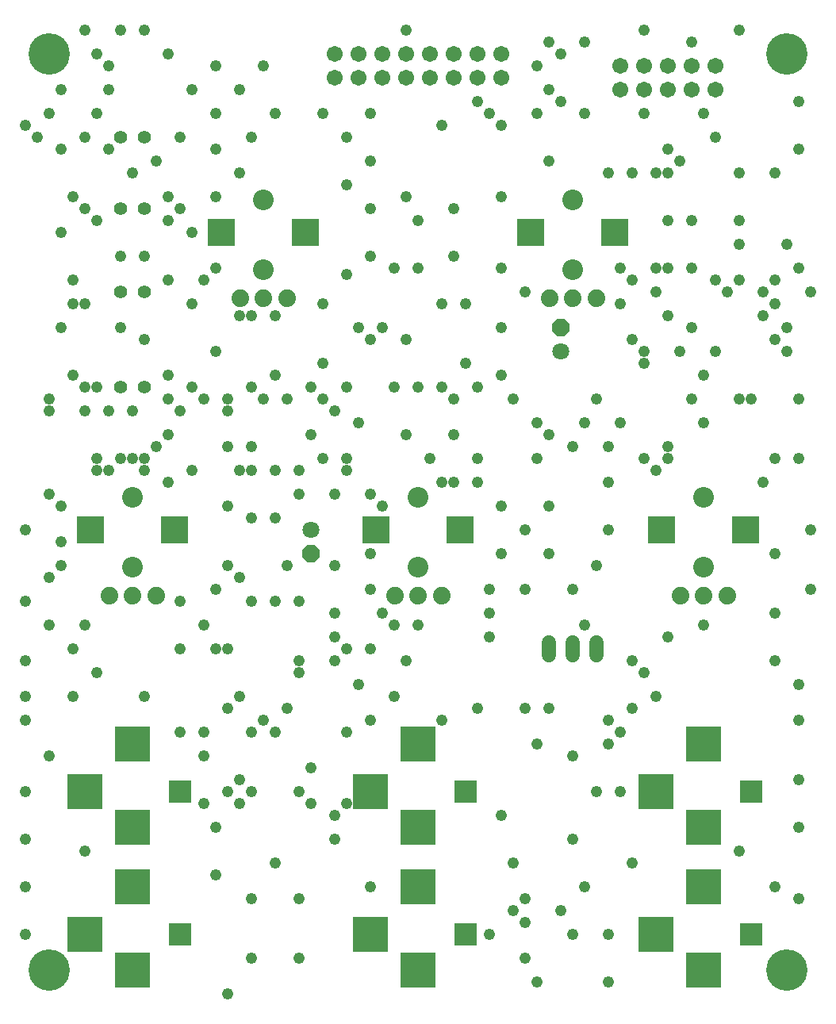
<source format=gbs>
G75*
%MOIN*%
%OFA0B0*%
%FSLAX25Y25*%
%IPPOS*%
%LPD*%
%AMOC8*
5,1,8,0,0,1.08239X$1,22.5*
%
%ADD10C,0.07400*%
%ADD11R,0.11824X0.11824*%
%ADD12C,0.08674*%
%ADD13C,0.06000*%
%ADD14R,0.09800X0.09800*%
%ADD15R,0.14800X0.14800*%
%ADD16C,0.06737*%
%ADD17OC8,0.07100*%
%ADD18C,0.07100*%
%ADD19C,0.04762*%
%ADD20C,0.05550*%
%ADD21C,0.17398*%
D10*
X0071957Y0194241D03*
X0081800Y0194241D03*
X0091643Y0194241D03*
X0191957Y0194241D03*
X0201800Y0194241D03*
X0211643Y0194241D03*
X0311957Y0194241D03*
X0321800Y0194241D03*
X0331643Y0194241D03*
X0276643Y0319241D03*
X0266800Y0319241D03*
X0256957Y0319241D03*
X0146643Y0319241D03*
X0136800Y0319241D03*
X0126957Y0319241D03*
D11*
X0119083Y0346800D03*
X0154517Y0346800D03*
X0249083Y0346800D03*
X0284517Y0346800D03*
X0304083Y0221800D03*
X0339517Y0221800D03*
X0219517Y0221800D03*
X0184083Y0221800D03*
X0099517Y0221800D03*
X0064083Y0221800D03*
D12*
X0081800Y0235580D03*
X0081800Y0206052D03*
X0136800Y0331052D03*
X0136800Y0360580D03*
X0201800Y0235580D03*
X0201800Y0206052D03*
X0266800Y0331052D03*
X0266800Y0360580D03*
X0321800Y0235580D03*
X0321800Y0206052D03*
D13*
X0276800Y0174400D02*
X0276800Y0169200D01*
X0266800Y0169200D02*
X0266800Y0174400D01*
X0256800Y0174400D02*
X0256800Y0169200D01*
D14*
X0221800Y0111800D03*
X0221800Y0051800D03*
X0101800Y0051800D03*
X0101800Y0111800D03*
X0341800Y0111800D03*
X0341800Y0051800D03*
D15*
X0321800Y0036800D03*
X0301800Y0051800D03*
X0321800Y0071800D03*
X0321800Y0096800D03*
X0301800Y0111800D03*
X0321800Y0131800D03*
X0201800Y0131800D03*
X0181800Y0111800D03*
X0201800Y0096800D03*
X0201800Y0071800D03*
X0181800Y0051800D03*
X0201800Y0036800D03*
X0081800Y0036800D03*
X0061800Y0051800D03*
X0081800Y0071800D03*
X0081800Y0096800D03*
X0061800Y0111800D03*
X0081800Y0131800D03*
D16*
X0286800Y0406800D03*
X0286800Y0416800D03*
X0296800Y0416800D03*
X0296800Y0406800D03*
X0306800Y0406800D03*
X0306800Y0416800D03*
X0316800Y0416800D03*
X0316800Y0406800D03*
X0326800Y0406800D03*
X0326800Y0416800D03*
X0236800Y0411800D03*
X0236800Y0421800D03*
X0226800Y0421800D03*
X0226800Y0411800D03*
X0216800Y0411800D03*
X0216800Y0421800D03*
X0206800Y0421800D03*
X0206800Y0411800D03*
X0196800Y0411800D03*
X0196800Y0421800D03*
X0186800Y0421800D03*
X0186800Y0411800D03*
X0176800Y0411800D03*
X0176800Y0421800D03*
X0166800Y0421800D03*
X0166800Y0411800D03*
D17*
X0261800Y0306800D03*
X0156800Y0211800D03*
D18*
X0156800Y0221800D03*
X0261800Y0296800D03*
D19*
X0036800Y0051800D03*
X0036800Y0071800D03*
X0036800Y0091800D03*
X0036800Y0111800D03*
X0046800Y0126800D03*
X0036800Y0141800D03*
X0036800Y0151800D03*
X0036800Y0166800D03*
X0046800Y0181800D03*
X0056800Y0171800D03*
X0061800Y0181800D03*
X0046800Y0201800D03*
X0051800Y0206800D03*
X0051800Y0216800D03*
X0051800Y0231800D03*
X0046800Y0236800D03*
X0036800Y0221800D03*
X0036800Y0191800D03*
X0066800Y0161800D03*
X0056800Y0151800D03*
X0086800Y0151800D03*
X0101800Y0136800D03*
X0111800Y0136800D03*
X0121800Y0146800D03*
X0126800Y0151800D03*
X0136800Y0141800D03*
X0131800Y0136800D03*
X0141800Y0136800D03*
X0146800Y0146800D03*
X0151800Y0161800D03*
X0151800Y0166800D03*
X0166800Y0166800D03*
X0171800Y0171800D03*
X0166800Y0176800D03*
X0166800Y0186800D03*
X0151800Y0191800D03*
X0141800Y0191800D03*
X0131800Y0191800D03*
X0126800Y0201800D03*
X0121800Y0206800D03*
X0116800Y0196800D03*
X0111800Y0181800D03*
X0116800Y0171800D03*
X0121800Y0171800D03*
X0101800Y0171800D03*
X0101800Y0191800D03*
X0131800Y0226800D03*
X0141800Y0226800D03*
X0151800Y0236800D03*
X0151800Y0246800D03*
X0141800Y0246800D03*
X0131800Y0246800D03*
X0126800Y0246800D03*
X0121800Y0256800D03*
X0131800Y0256800D03*
X0121800Y0271800D03*
X0121800Y0276800D03*
X0111800Y0276800D03*
X0106800Y0281800D03*
X0096800Y0276800D03*
X0101800Y0271800D03*
X0096800Y0261800D03*
X0091800Y0256800D03*
X0086800Y0251800D03*
X0086800Y0246800D03*
X0081800Y0251800D03*
X0076800Y0251800D03*
X0071800Y0246800D03*
X0066800Y0246800D03*
X0066800Y0251800D03*
X0061800Y0271800D03*
X0071800Y0271800D03*
X0081800Y0271800D03*
X0066800Y0281800D03*
X0061800Y0281800D03*
X0056800Y0286800D03*
X0046800Y0276800D03*
X0046800Y0271800D03*
X0051800Y0306800D03*
X0056800Y0316800D03*
X0061800Y0316800D03*
X0056800Y0326800D03*
X0051800Y0346800D03*
X0061800Y0356800D03*
X0066800Y0351800D03*
X0056800Y0361800D03*
X0051800Y0381800D03*
X0041800Y0386800D03*
X0036800Y0391800D03*
X0046800Y0396800D03*
X0051800Y0406800D03*
X0066800Y0396800D03*
X0061800Y0386800D03*
X0071800Y0381800D03*
X0081800Y0371800D03*
X0091800Y0376800D03*
X0101800Y0386800D03*
X0116800Y0381800D03*
X0126800Y0371800D03*
X0116800Y0361800D03*
X0106800Y0346800D03*
X0101800Y0356800D03*
X0096800Y0351800D03*
X0096800Y0361800D03*
X0086800Y0336800D03*
X0076800Y0336800D03*
X0096800Y0326800D03*
X0106800Y0316800D03*
X0111800Y0326800D03*
X0116800Y0331800D03*
X0126800Y0311800D03*
X0131800Y0311800D03*
X0141800Y0311800D03*
X0141800Y0286800D03*
X0136800Y0276800D03*
X0131800Y0281800D03*
X0146800Y0276800D03*
X0156800Y0281800D03*
X0161800Y0276800D03*
X0166800Y0271800D03*
X0171800Y0281800D03*
X0161800Y0291800D03*
X0176800Y0306800D03*
X0181800Y0301800D03*
X0186800Y0306800D03*
X0196800Y0301800D03*
X0191800Y0281800D03*
X0201800Y0281800D03*
X0211800Y0281800D03*
X0216800Y0276800D03*
X0226800Y0281800D03*
X0221800Y0291800D03*
X0236800Y0286800D03*
X0241800Y0276800D03*
X0251800Y0266800D03*
X0256800Y0261800D03*
X0251800Y0251800D03*
X0266800Y0256800D03*
X0271800Y0266800D03*
X0276800Y0276800D03*
X0286800Y0266800D03*
X0281800Y0256800D03*
X0281800Y0241800D03*
X0296800Y0251800D03*
X0301800Y0246800D03*
X0306800Y0251800D03*
X0306800Y0256800D03*
X0321800Y0266800D03*
X0316800Y0276800D03*
X0321800Y0286800D03*
X0326800Y0296800D03*
X0316800Y0306800D03*
X0311800Y0296800D03*
X0306800Y0311800D03*
X0301800Y0321800D03*
X0291800Y0326800D03*
X0286800Y0331800D03*
X0286800Y0316800D03*
X0291800Y0301800D03*
X0296800Y0296800D03*
X0296800Y0291800D03*
X0326800Y0326800D03*
X0331800Y0321800D03*
X0336800Y0326800D03*
X0346800Y0321800D03*
X0351800Y0316800D03*
X0346800Y0311800D03*
X0351800Y0301800D03*
X0356800Y0296800D03*
X0356800Y0306800D03*
X0366800Y0321800D03*
X0361800Y0331800D03*
X0356800Y0341800D03*
X0351800Y0326800D03*
X0336800Y0341800D03*
X0336800Y0351800D03*
X0336800Y0371800D03*
X0351800Y0371800D03*
X0361800Y0381800D03*
X0361800Y0401800D03*
X0336800Y0431800D03*
X0316800Y0426800D03*
X0296800Y0431800D03*
X0271800Y0426800D03*
X0261800Y0421800D03*
X0256800Y0426800D03*
X0251800Y0416800D03*
X0256800Y0406800D03*
X0261800Y0401800D03*
X0271800Y0396800D03*
X0256800Y0376800D03*
X0251800Y0396800D03*
X0236800Y0391800D03*
X0231800Y0396800D03*
X0226800Y0401800D03*
X0211800Y0391800D03*
X0196800Y0361800D03*
X0201800Y0351800D03*
X0216800Y0356800D03*
X0216800Y0336800D03*
X0201800Y0331800D03*
X0191800Y0331800D03*
X0181800Y0336800D03*
X0171800Y0329241D03*
X0161800Y0316800D03*
X0181800Y0356800D03*
X0171800Y0366800D03*
X0181800Y0376800D03*
X0171800Y0386800D03*
X0161800Y0396800D03*
X0181800Y0396800D03*
X0196800Y0431800D03*
X0141800Y0396800D03*
X0131800Y0386800D03*
X0116800Y0396800D03*
X0106800Y0406800D03*
X0116800Y0416800D03*
X0126800Y0406800D03*
X0136800Y0416800D03*
X0096800Y0421800D03*
X0086800Y0431800D03*
X0076800Y0431800D03*
X0066800Y0421800D03*
X0071800Y0416800D03*
X0071800Y0406800D03*
X0061800Y0431800D03*
X0076800Y0306800D03*
X0086800Y0301800D03*
X0096800Y0286800D03*
X0116800Y0296800D03*
X0156800Y0261800D03*
X0161800Y0251800D03*
X0171800Y0251800D03*
X0171800Y0246800D03*
X0166800Y0236800D03*
X0181800Y0236800D03*
X0186800Y0231800D03*
X0181800Y0211800D03*
X0181800Y0196800D03*
X0186800Y0186800D03*
X0191800Y0181800D03*
X0201800Y0181800D03*
X0196800Y0166800D03*
X0191800Y0151800D03*
X0181800Y0141800D03*
X0171800Y0136800D03*
X0176800Y0156800D03*
X0181800Y0171800D03*
X0166800Y0206800D03*
X0146800Y0206800D03*
X0121800Y0231800D03*
X0106800Y0246800D03*
X0096800Y0241800D03*
X0176800Y0266800D03*
X0196800Y0261800D03*
X0206800Y0251800D03*
X0211800Y0241800D03*
X0216800Y0241800D03*
X0226800Y0241800D03*
X0226800Y0251800D03*
X0216800Y0261800D03*
X0236800Y0231800D03*
X0246800Y0221800D03*
X0256800Y0211800D03*
X0246800Y0196800D03*
X0236800Y0211800D03*
X0231800Y0196800D03*
X0231800Y0186800D03*
X0231800Y0176800D03*
X0226800Y0146800D03*
X0211800Y0141800D03*
X0246800Y0146800D03*
X0256800Y0146800D03*
X0251800Y0131800D03*
X0266800Y0126800D03*
X0276800Y0111800D03*
X0286800Y0111800D03*
X0281800Y0131800D03*
X0286800Y0136800D03*
X0281800Y0141800D03*
X0291800Y0146800D03*
X0301800Y0151800D03*
X0296800Y0161800D03*
X0291800Y0166800D03*
X0306800Y0176800D03*
X0321800Y0181800D03*
X0351800Y0186800D03*
X0366800Y0196800D03*
X0351800Y0211800D03*
X0366800Y0221800D03*
X0346800Y0241800D03*
X0351800Y0251800D03*
X0361800Y0251800D03*
X0361800Y0276800D03*
X0341800Y0276800D03*
X0336800Y0276800D03*
X0316800Y0331800D03*
X0306800Y0331800D03*
X0301800Y0331800D03*
X0306800Y0351800D03*
X0316800Y0351800D03*
X0306800Y0371800D03*
X0301800Y0371800D03*
X0291800Y0371800D03*
X0281800Y0371800D03*
X0306800Y0381800D03*
X0311800Y0376800D03*
X0326800Y0386800D03*
X0321800Y0396800D03*
X0296800Y0396800D03*
X0236800Y0361800D03*
X0236800Y0331800D03*
X0246800Y0321800D03*
X0236800Y0306800D03*
X0221800Y0316800D03*
X0211800Y0316800D03*
X0256800Y0231800D03*
X0276800Y0206800D03*
X0266800Y0196800D03*
X0271800Y0181800D03*
X0281800Y0221800D03*
X0351800Y0166800D03*
X0361800Y0156800D03*
X0361800Y0141800D03*
X0361800Y0116800D03*
X0361800Y0096800D03*
X0351800Y0071800D03*
X0361800Y0066800D03*
X0336800Y0086800D03*
X0291800Y0081800D03*
X0271800Y0071800D03*
X0261800Y0061800D03*
X0266800Y0051800D03*
X0281800Y0051800D03*
X0281800Y0031800D03*
X0251800Y0031800D03*
X0246800Y0041800D03*
X0246800Y0056800D03*
X0241800Y0061800D03*
X0246800Y0066800D03*
X0241800Y0081800D03*
X0236800Y0101800D03*
X0266800Y0091800D03*
X0231800Y0051800D03*
X0181800Y0071800D03*
X0166800Y0091800D03*
X0166800Y0101800D03*
X0171800Y0106800D03*
X0156800Y0106800D03*
X0151800Y0111800D03*
X0156800Y0121800D03*
X0131800Y0111800D03*
X0126800Y0106800D03*
X0121800Y0111800D03*
X0126800Y0116800D03*
X0111800Y0106800D03*
X0116800Y0096800D03*
X0116800Y0076800D03*
X0131800Y0066800D03*
X0141800Y0081800D03*
X0151800Y0066800D03*
X0151800Y0041800D03*
X0131800Y0041800D03*
X0121800Y0026800D03*
X0061800Y0086800D03*
X0111800Y0126800D03*
D20*
X0086800Y0281800D03*
X0076800Y0281800D03*
X0076800Y0321800D03*
X0086800Y0321800D03*
X0086800Y0356800D03*
X0076800Y0356800D03*
X0076800Y0386800D03*
X0086800Y0386800D03*
D21*
X0046800Y0421800D03*
X0356800Y0421800D03*
X0356800Y0036800D03*
X0046800Y0036800D03*
M02*

</source>
